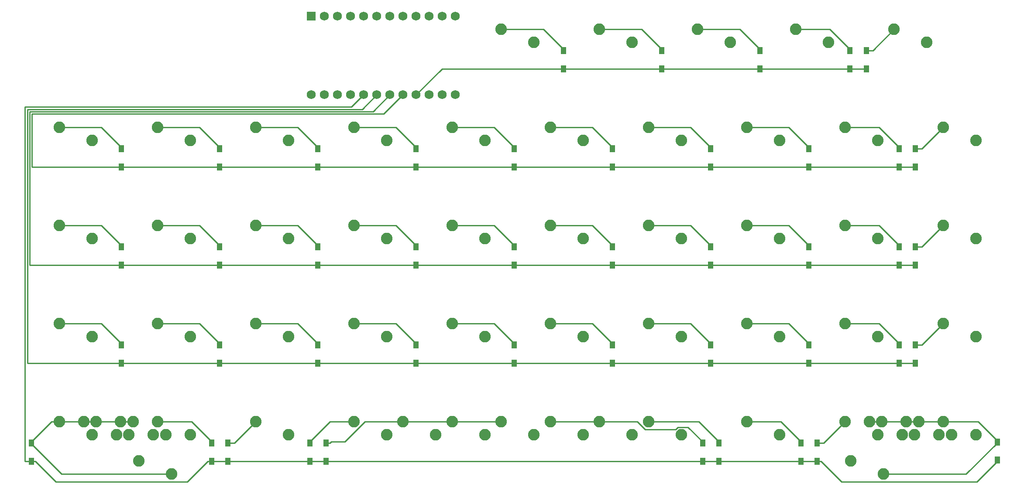
<source format=gtl>
G04 #@! TF.GenerationSoftware,KiCad,Pcbnew,(5.1.4)-1*
G04 #@! TF.CreationDate,2021-09-02T03:53:13-10:00*
G04 #@! TF.ProjectId,oya45,6f796134-352e-46b6-9963-61645f706362,rev?*
G04 #@! TF.SameCoordinates,Original*
G04 #@! TF.FileFunction,Copper,L1,Top*
G04 #@! TF.FilePolarity,Positive*
%FSLAX46Y46*%
G04 Gerber Fmt 4.6, Leading zero omitted, Abs format (unit mm)*
G04 Created by KiCad (PCBNEW (5.1.4)-1) date 2021-09-02 03:53:13*
%MOMM*%
%LPD*%
G04 APERTURE LIST*
%ADD10C,2.250000*%
%ADD11R,1.000000X1.400000*%
%ADD12R,1.752600X1.752600*%
%ADD13C,1.752600*%
%ADD14C,0.254000*%
G04 APERTURE END LIST*
D10*
X214153750Y-109220000D03*
X220503750Y-111760000D03*
X214471250Y-119380000D03*
X208121250Y-116840000D03*
X75247500Y-111760000D03*
X68897500Y-109220000D03*
X221297500Y-109220000D03*
X227647500Y-111760000D03*
X218916250Y-109220000D03*
X225266250Y-111760000D03*
X218122500Y-111760000D03*
X211772500Y-109220000D03*
X65722500Y-111760000D03*
X59372500Y-109220000D03*
X66516250Y-109220000D03*
X72866250Y-111760000D03*
X68103750Y-111760000D03*
X61753750Y-109220000D03*
X70008750Y-116840000D03*
X76358750Y-119380000D03*
X232410000Y-92710000D03*
X226060000Y-90170000D03*
X232410000Y-54610000D03*
X226060000Y-52070000D03*
X99060000Y-111760000D03*
X92710000Y-109220000D03*
X175260000Y-111760000D03*
X168910000Y-109220000D03*
X146685000Y-35560000D03*
X140335000Y-33020000D03*
D11*
X211137500Y-37118750D03*
X211137500Y-40668750D03*
X207962500Y-37118750D03*
X207962500Y-40668750D03*
X190500000Y-37118750D03*
X190500000Y-40668750D03*
X171450000Y-40668750D03*
X171450000Y-37118750D03*
X152400000Y-37118750D03*
X152400000Y-40668750D03*
X236537500Y-113131250D03*
X236537500Y-116681250D03*
X201612500Y-116868750D03*
X201612500Y-113318750D03*
X198437500Y-113318750D03*
X198437500Y-116868750D03*
X182562500Y-113318750D03*
X182562500Y-116868750D03*
X179387500Y-113318750D03*
X179387500Y-116868750D03*
X106362500Y-113318750D03*
X106362500Y-116868750D03*
X103187500Y-113318750D03*
X103187500Y-116868750D03*
X87312500Y-113318750D03*
X87312500Y-116868750D03*
X84137500Y-116868750D03*
X84137500Y-113318750D03*
X49212500Y-113318750D03*
X49212500Y-116868750D03*
X220662500Y-94268750D03*
X220662500Y-97818750D03*
X217487500Y-94268750D03*
X217487500Y-97818750D03*
X200025000Y-94268750D03*
X200025000Y-97818750D03*
X180975000Y-94268750D03*
X180975000Y-97818750D03*
X161925000Y-94268750D03*
X161925000Y-97818750D03*
X142875000Y-94268750D03*
X142875000Y-97818750D03*
X123825000Y-94268750D03*
X123825000Y-97818750D03*
X104775000Y-94268750D03*
X104775000Y-97818750D03*
X85725000Y-94268750D03*
X85725000Y-97818750D03*
X66675000Y-94268750D03*
X66675000Y-97818750D03*
X220662500Y-75218750D03*
X220662500Y-78768750D03*
X217487500Y-75218750D03*
X217487500Y-78768750D03*
X200025000Y-75218750D03*
X200025000Y-78768750D03*
X180975000Y-75218750D03*
X180975000Y-78768750D03*
X161925000Y-75218750D03*
X161925000Y-78768750D03*
X142875000Y-75218750D03*
X142875000Y-78768750D03*
X123825000Y-75218750D03*
X123825000Y-78768750D03*
X104775000Y-75218750D03*
X104775000Y-78768750D03*
X85725000Y-75218750D03*
X85725000Y-78768750D03*
X66675000Y-75218750D03*
X66675000Y-78768750D03*
X220662500Y-56168750D03*
X220662500Y-59718750D03*
X217487500Y-56168750D03*
X217487500Y-59718750D03*
X200025000Y-56168750D03*
X200025000Y-59718750D03*
X180975000Y-56168750D03*
X180975000Y-59718750D03*
X161925000Y-56168750D03*
X161925000Y-59718750D03*
X142875000Y-56168750D03*
X142875000Y-59718750D03*
X123825000Y-59718750D03*
X123825000Y-56168750D03*
X104775000Y-56168750D03*
X104775000Y-59718750D03*
X85725000Y-56168750D03*
X85725000Y-59718750D03*
X66675000Y-59718750D03*
X66675000Y-56168750D03*
D10*
X203835000Y-35560000D03*
X197485000Y-33020000D03*
X222885000Y-35560000D03*
X216535000Y-33020000D03*
D12*
X103505000Y-30480000D03*
D13*
X106045000Y-30480000D03*
X108585000Y-30480000D03*
X111125000Y-30480000D03*
X113665000Y-30480000D03*
X116205000Y-30480000D03*
X118745000Y-30480000D03*
X121285000Y-30480000D03*
X123825000Y-30480000D03*
X126365000Y-30480000D03*
X128905000Y-30480000D03*
X131445000Y-45720000D03*
X128905000Y-45720000D03*
X126365000Y-45720000D03*
X123825000Y-45720000D03*
X121285000Y-45720000D03*
X118745000Y-45720000D03*
X116205000Y-45720000D03*
X113665000Y-45720000D03*
X111125000Y-45720000D03*
X108585000Y-45720000D03*
X106045000Y-45720000D03*
X131445000Y-30480000D03*
X103505000Y-45720000D03*
D10*
X165735000Y-111760000D03*
X159385000Y-109220000D03*
X127635000Y-111760000D03*
X121285000Y-109220000D03*
X140335000Y-109220000D03*
X146685000Y-111760000D03*
X184785000Y-35560000D03*
X178435000Y-33020000D03*
X165735000Y-35560000D03*
X159385000Y-33020000D03*
X232410000Y-111760000D03*
X226060000Y-109220000D03*
X207010000Y-109220000D03*
X213360000Y-111760000D03*
X194310000Y-111760000D03*
X187960000Y-109220000D03*
X156210000Y-111760000D03*
X149860000Y-109220000D03*
X137160000Y-111760000D03*
X130810000Y-109220000D03*
X118110000Y-111760000D03*
X111760000Y-109220000D03*
X73660000Y-109220000D03*
X80010000Y-111760000D03*
X54610000Y-109220000D03*
X60960000Y-111760000D03*
X213360000Y-92710000D03*
X207010000Y-90170000D03*
X194310000Y-92710000D03*
X187960000Y-90170000D03*
X175260000Y-92710000D03*
X168910000Y-90170000D03*
X156210000Y-92710000D03*
X149860000Y-90170000D03*
X137160000Y-92710000D03*
X130810000Y-90170000D03*
X118110000Y-92710000D03*
X111760000Y-90170000D03*
X99060000Y-92710000D03*
X92710000Y-90170000D03*
X80010000Y-92710000D03*
X73660000Y-90170000D03*
X60960000Y-92710000D03*
X54610000Y-90170000D03*
X232410000Y-73660000D03*
X226060000Y-71120000D03*
X213360000Y-73660000D03*
X207010000Y-71120000D03*
X194310000Y-73660000D03*
X187960000Y-71120000D03*
X175260000Y-73660000D03*
X168910000Y-71120000D03*
X149860000Y-71120000D03*
X156210000Y-73660000D03*
X137160000Y-73660000D03*
X130810000Y-71120000D03*
X118110000Y-73660000D03*
X111760000Y-71120000D03*
X99060000Y-73660000D03*
X92710000Y-71120000D03*
X80010000Y-73660000D03*
X73660000Y-71120000D03*
X60960000Y-73660000D03*
X54610000Y-71120000D03*
X213360000Y-54610000D03*
X207010000Y-52070000D03*
X194310000Y-54610000D03*
X187960000Y-52070000D03*
X175260000Y-54610000D03*
X168910000Y-52070000D03*
X156210000Y-54610000D03*
X149860000Y-52070000D03*
X137160000Y-54610000D03*
X130810000Y-52070000D03*
X118110000Y-54610000D03*
X111760000Y-52070000D03*
X99060000Y-54610000D03*
X92710000Y-52070000D03*
X80010000Y-54610000D03*
X73660000Y-52070000D03*
X60960000Y-54610000D03*
X54610000Y-52070000D03*
D14*
X117563960Y-49441040D02*
X121285000Y-45720000D01*
X49326770Y-49441040D02*
X117563960Y-49441040D01*
X220662500Y-59718750D02*
X49326770Y-59718750D01*
X49326770Y-59718750D02*
X49326770Y-49441040D01*
X66675000Y-55968750D02*
X66675000Y-56168750D01*
X62776250Y-52070000D02*
X66675000Y-55968750D01*
X54610000Y-52070000D02*
X62776250Y-52070000D01*
X85725000Y-55968750D02*
X85725000Y-56168750D01*
X81826250Y-52070000D02*
X85725000Y-55968750D01*
X73660000Y-52070000D02*
X81826250Y-52070000D01*
X104775000Y-55968750D02*
X104775000Y-56168750D01*
X100876250Y-52070000D02*
X104775000Y-55968750D01*
X92710000Y-52070000D02*
X100876250Y-52070000D01*
X123825000Y-55968750D02*
X123825000Y-56168750D01*
X119926250Y-52070000D02*
X123825000Y-55968750D01*
X111760000Y-52070000D02*
X119926250Y-52070000D01*
X142875000Y-55968750D02*
X142875000Y-56168750D01*
X138976250Y-52070000D02*
X142875000Y-55968750D01*
X130810000Y-52070000D02*
X138976250Y-52070000D01*
X161925000Y-55968750D02*
X161925000Y-56168750D01*
X158026250Y-52070000D02*
X161925000Y-55968750D01*
X149860000Y-52070000D02*
X158026250Y-52070000D01*
X180975000Y-55968750D02*
X180975000Y-56168750D01*
X177076250Y-52070000D02*
X180975000Y-55968750D01*
X168910000Y-52070000D02*
X177076250Y-52070000D01*
X200025000Y-55968750D02*
X200025000Y-56168750D01*
X196126250Y-52070000D02*
X200025000Y-55968750D01*
X187960000Y-52070000D02*
X196126250Y-52070000D01*
X217487500Y-55968750D02*
X217487500Y-56168750D01*
X213588750Y-52070000D02*
X217487500Y-55968750D01*
X207010000Y-52070000D02*
X213588750Y-52070000D01*
X221961250Y-56168750D02*
X220662500Y-56168750D01*
X226060000Y-52070000D02*
X221961250Y-56168750D01*
X115477970Y-48987030D02*
X118745000Y-45720000D01*
X48872760Y-48987030D02*
X115477970Y-48987030D01*
X220662500Y-78768750D02*
X48872760Y-78768750D01*
X48872760Y-78768750D02*
X48872760Y-48987030D01*
X66675000Y-75018750D02*
X66675000Y-75218750D01*
X62776250Y-71120000D02*
X66675000Y-75018750D01*
X54610000Y-71120000D02*
X62776250Y-71120000D01*
X85725000Y-75018750D02*
X85725000Y-75218750D01*
X81826250Y-71120000D02*
X85725000Y-75018750D01*
X73660000Y-71120000D02*
X81826250Y-71120000D01*
X104775000Y-75018750D02*
X104775000Y-75218750D01*
X100876250Y-71120000D02*
X104775000Y-75018750D01*
X92710000Y-71120000D02*
X100876250Y-71120000D01*
X123825000Y-75018750D02*
X123825000Y-75218750D01*
X119926250Y-71120000D02*
X123825000Y-75018750D01*
X111760000Y-71120000D02*
X119926250Y-71120000D01*
X142875000Y-75018750D02*
X142875000Y-75218750D01*
X138976250Y-71120000D02*
X142875000Y-75018750D01*
X130810000Y-71120000D02*
X138976250Y-71120000D01*
X161925000Y-75018750D02*
X161925000Y-75218750D01*
X158026250Y-71120000D02*
X161925000Y-75018750D01*
X149860000Y-71120000D02*
X158026250Y-71120000D01*
X180975000Y-75018750D02*
X180975000Y-75218750D01*
X177076250Y-71120000D02*
X180975000Y-75018750D01*
X168910000Y-71120000D02*
X177076250Y-71120000D01*
X200025000Y-75018750D02*
X200025000Y-75218750D01*
X196126250Y-71120000D02*
X200025000Y-75018750D01*
X187960000Y-71120000D02*
X196126250Y-71120000D01*
X217487500Y-75018750D02*
X217487500Y-75218750D01*
X213588750Y-71120000D02*
X217487500Y-75018750D01*
X207010000Y-71120000D02*
X213588750Y-71120000D01*
X221961250Y-75218750D02*
X220662500Y-75218750D01*
X226060000Y-71120000D02*
X221961250Y-75218750D01*
X113391980Y-48533020D02*
X116205000Y-45720000D01*
X220662500Y-97818750D02*
X48418750Y-97818750D01*
X48418750Y-48533020D02*
X113391980Y-48533020D01*
X48418750Y-97818750D02*
X48418750Y-48533020D01*
X66675000Y-94068750D02*
X66675000Y-94268750D01*
X62776250Y-90170000D02*
X66675000Y-94068750D01*
X54610000Y-90170000D02*
X62776250Y-90170000D01*
X85725000Y-94068750D02*
X85725000Y-94268750D01*
X81826250Y-90170000D02*
X85725000Y-94068750D01*
X73660000Y-90170000D02*
X81826250Y-90170000D01*
X104775000Y-94068750D02*
X104775000Y-94268750D01*
X100876250Y-90170000D02*
X104775000Y-94068750D01*
X92710000Y-90170000D02*
X100876250Y-90170000D01*
X123825000Y-94068750D02*
X123825000Y-94268750D01*
X119926250Y-90170000D02*
X123825000Y-94068750D01*
X111760000Y-90170000D02*
X119926250Y-90170000D01*
X142875000Y-94068750D02*
X142875000Y-94268750D01*
X138976250Y-90170000D02*
X142875000Y-94068750D01*
X130810000Y-90170000D02*
X138976250Y-90170000D01*
X161925000Y-94068750D02*
X161925000Y-94268750D01*
X158026250Y-90170000D02*
X161925000Y-94068750D01*
X149860000Y-90170000D02*
X158026250Y-90170000D01*
X180975000Y-94068750D02*
X180975000Y-94268750D01*
X177076250Y-90170000D02*
X180975000Y-94068750D01*
X168910000Y-90170000D02*
X177076250Y-90170000D01*
X200025000Y-94068750D02*
X200025000Y-94268750D01*
X196126250Y-90170000D02*
X200025000Y-94068750D01*
X187960000Y-90170000D02*
X196126250Y-90170000D01*
X217487500Y-94068750D02*
X217487500Y-94268750D01*
X213588750Y-90170000D02*
X217487500Y-94068750D01*
X207010000Y-90170000D02*
X213588750Y-90170000D01*
X221961250Y-94268750D02*
X220662500Y-94268750D01*
X226060000Y-90170000D02*
X221961250Y-94268750D01*
X111305990Y-48079010D02*
X113665000Y-45720000D01*
X47964740Y-48079010D02*
X111305990Y-48079010D01*
X47964740Y-48079010D02*
X47964740Y-116866139D01*
X47964740Y-116866139D02*
X47967351Y-116868750D01*
X47977010Y-116866139D02*
X47979621Y-116868750D01*
X48455889Y-116866139D02*
X47977010Y-116866139D01*
X48458500Y-116868750D02*
X48455889Y-116866139D01*
X49212500Y-116868750D02*
X48458500Y-116868750D01*
X84891500Y-116868750D02*
X87312500Y-116868750D01*
X84137500Y-116868750D02*
X84891500Y-116868750D01*
X200858500Y-116868750D02*
X87312500Y-116868750D01*
X201612500Y-116868750D02*
X200858500Y-116868750D01*
X202366500Y-116868750D02*
X201612500Y-116868750D01*
X206329751Y-120832001D02*
X202366500Y-116868750D01*
X232586749Y-120832001D02*
X206329751Y-120832001D01*
X236537500Y-116681250D02*
X236537500Y-116881250D01*
X236537500Y-116881250D02*
X232586749Y-120832001D01*
X49212500Y-116868750D02*
X49966500Y-116868750D01*
X49966500Y-116868750D02*
X53929751Y-120832001D01*
X83383500Y-116868750D02*
X84137500Y-116868750D01*
X79420249Y-120832001D02*
X83383500Y-116868750D01*
X53929751Y-120832001D02*
X79420249Y-120832001D01*
X49212500Y-113118750D02*
X49212500Y-113318750D01*
X53111250Y-109220000D02*
X49212500Y-113118750D01*
X68897500Y-109220000D02*
X53111250Y-109220000D01*
X49212500Y-113518750D02*
X49212500Y-113318750D01*
X55073750Y-119380000D02*
X49212500Y-113518750D01*
X76358750Y-119380000D02*
X55073750Y-119380000D01*
X84137500Y-113118750D02*
X84137500Y-113318750D01*
X80238750Y-109220000D02*
X84137500Y-113118750D01*
X73660000Y-109220000D02*
X80238750Y-109220000D01*
X88611250Y-113318750D02*
X87312500Y-113318750D01*
X92710000Y-109220000D02*
X88611250Y-113318750D01*
X103187500Y-113118750D02*
X103187500Y-113318750D01*
X107086250Y-109220000D02*
X103187500Y-113118750D01*
X111760000Y-109220000D02*
X107086250Y-109220000D01*
X140335000Y-109220000D02*
X121285000Y-109220000D01*
X107116500Y-113318750D02*
X106362500Y-113318750D01*
X107337251Y-113097999D02*
X107116500Y-113318750D01*
X110030963Y-113097999D02*
X107337251Y-113097999D01*
X113908962Y-109220000D02*
X110030963Y-113097999D01*
X121285000Y-109220000D02*
X113908962Y-109220000D01*
X151450990Y-109220000D02*
X159385000Y-109220000D01*
X149860000Y-109220000D02*
X151450990Y-109220000D01*
X174199037Y-110672001D02*
X174563039Y-110307999D01*
X168213039Y-110672001D02*
X174199037Y-110672001D01*
X159385000Y-109220000D02*
X166761038Y-109220000D01*
X166761038Y-109220000D02*
X168213039Y-110672001D01*
X179387500Y-113118750D02*
X179387500Y-113318750D01*
X176576749Y-110307999D02*
X179387500Y-113118750D01*
X174563039Y-110307999D02*
X176576749Y-110307999D01*
X182562500Y-113118750D02*
X182562500Y-113318750D01*
X178663750Y-109220000D02*
X182562500Y-113118750D01*
X168910000Y-109220000D02*
X178663750Y-109220000D01*
X198437500Y-113118750D02*
X198437500Y-113318750D01*
X194538750Y-109220000D02*
X198437500Y-113118750D01*
X187960000Y-109220000D02*
X194538750Y-109220000D01*
X202911250Y-113318750D02*
X201612500Y-113318750D01*
X207010000Y-109220000D02*
X202911250Y-113318750D01*
X236537500Y-112931250D02*
X236537500Y-113131250D01*
X232826250Y-109220000D02*
X236537500Y-112931250D01*
X211772500Y-109220000D02*
X232826250Y-109220000D01*
X214471250Y-119380000D02*
X230488750Y-119380000D01*
X236537500Y-113331250D02*
X236537500Y-113131250D01*
X230488750Y-119380000D02*
X236537500Y-113331250D01*
X128876250Y-40668750D02*
X123825000Y-45720000D01*
X211137500Y-40668750D02*
X128876250Y-40668750D01*
X152400000Y-36918750D02*
X152400000Y-37118750D01*
X148501250Y-33020000D02*
X152400000Y-36918750D01*
X140335000Y-33020000D02*
X148501250Y-33020000D01*
X171450000Y-36918750D02*
X171450000Y-37118750D01*
X167551250Y-33020000D02*
X171450000Y-36918750D01*
X159385000Y-33020000D02*
X167551250Y-33020000D01*
X190500000Y-36918750D02*
X190500000Y-37118750D01*
X186601250Y-33020000D02*
X190500000Y-36918750D01*
X178435000Y-33020000D02*
X186601250Y-33020000D01*
X207962500Y-36918750D02*
X207962500Y-37118750D01*
X204063750Y-33020000D02*
X207962500Y-36918750D01*
X197485000Y-33020000D02*
X204063750Y-33020000D01*
X212436250Y-37118750D02*
X211137500Y-37118750D01*
X216535000Y-33020000D02*
X212436250Y-37118750D01*
M02*

</source>
